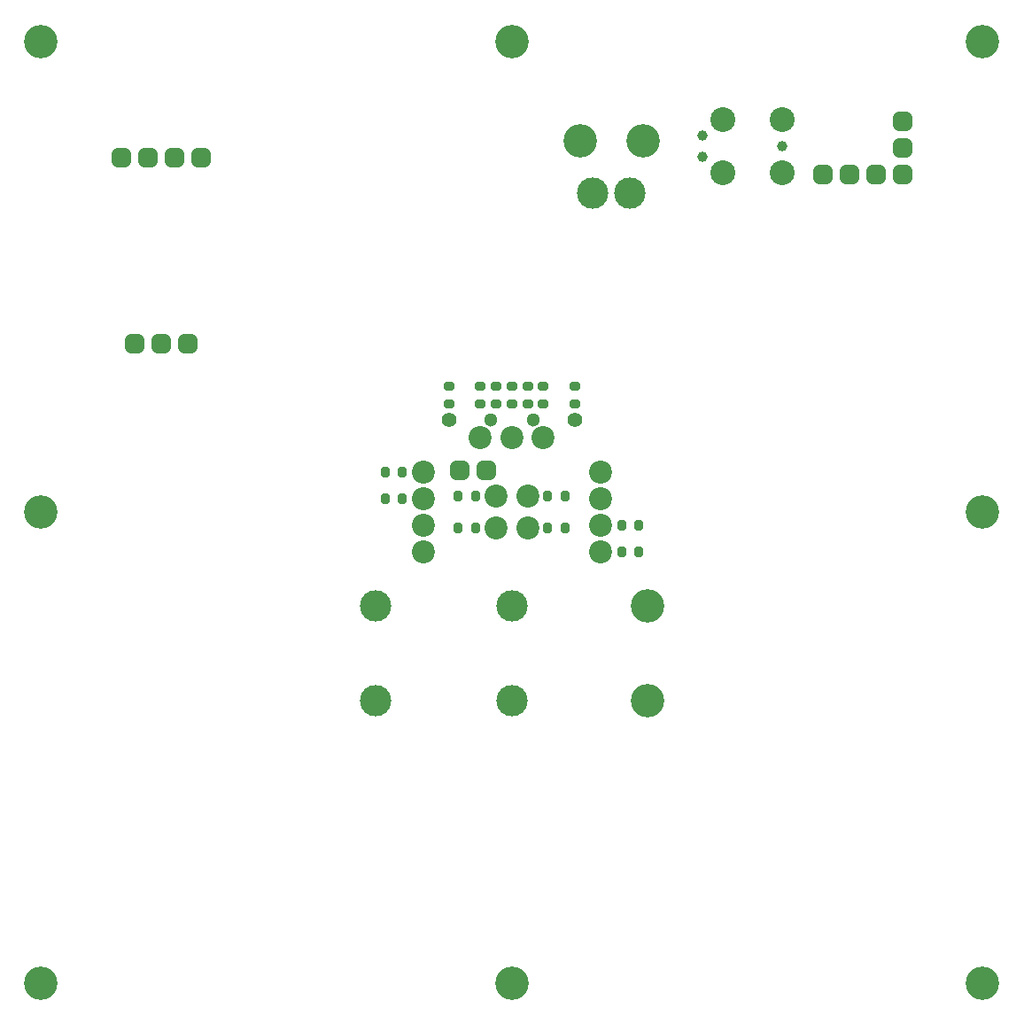
<source format=gbr>
%TF.GenerationSoftware,KiCad,Pcbnew,7.0.2-6a45011f42~172~ubuntu22.04.1*%
%TF.CreationDate,2023-05-30T13:10:43+12:00*%
%TF.ProjectId,THE_BRAWN-20A_LOGIC_FIXTURE,5448455f-4252-4415-974e-2d3230415f4c,v1.0*%
%TF.SameCoordinates,Original*%
%TF.FileFunction,Soldermask,Bot*%
%TF.FilePolarity,Negative*%
%FSLAX46Y46*%
G04 Gerber Fmt 4.6, Leading zero omitted, Abs format (unit mm)*
G04 Created by KiCad (PCBNEW 7.0.2-6a45011f42~172~ubuntu22.04.1) date 2023-05-30 13:10:43*
%MOMM*%
%LPD*%
G01*
G04 APERTURE LIST*
G04 Aperture macros list*
%AMRoundRect*
0 Rectangle with rounded corners*
0 $1 Rounding radius*
0 $2 $3 $4 $5 $6 $7 $8 $9 X,Y pos of 4 corners*
0 Add a 4 corners polygon primitive as box body*
4,1,4,$2,$3,$4,$5,$6,$7,$8,$9,$2,$3,0*
0 Add four circle primitives for the rounded corners*
1,1,$1+$1,$2,$3*
1,1,$1+$1,$4,$5*
1,1,$1+$1,$6,$7*
1,1,$1+$1,$8,$9*
0 Add four rect primitives between the rounded corners*
20,1,$1+$1,$2,$3,$4,$5,0*
20,1,$1+$1,$4,$5,$6,$7,0*
20,1,$1+$1,$6,$7,$8,$9,0*
20,1,$1+$1,$8,$9,$2,$3,0*%
G04 Aperture macros list end*
%ADD10C,2.200000*%
%ADD11C,3.200000*%
%ADD12C,1.400000*%
%ADD13C,2.374900*%
%ADD14C,0.990600*%
%ADD15C,1.300000*%
%ADD16RoundRect,0.450000X0.450000X-0.450000X0.450000X0.450000X-0.450000X0.450000X-0.450000X-0.450000X0*%
%ADD17C,3.000000*%
%ADD18RoundRect,0.200000X0.275000X-0.200000X0.275000X0.200000X-0.275000X0.200000X-0.275000X-0.200000X0*%
%ADD19RoundRect,0.200000X-0.200000X-0.275000X0.200000X-0.275000X0.200000X0.275000X-0.200000X0.275000X0*%
%ADD20RoundRect,0.450000X0.450000X0.450000X-0.450000X0.450000X-0.450000X-0.450000X0.450000X-0.450000X0*%
G04 APERTURE END LIST*
D10*
%TO.C,TP21*%
X228500000Y-143820000D03*
%TD*%
D11*
%TO.C,M3*%
X265000000Y-185000000D03*
%TD*%
D10*
%TO.C,TP14*%
X221500000Y-138500000D03*
%TD*%
D11*
%TO.C,M5*%
X175000000Y-95000000D03*
%TD*%
D10*
%TO.C,TP9*%
X218500000Y-141500000D03*
%TD*%
D11*
%TO.C,M6*%
X265000000Y-140000000D03*
%TD*%
%TO.C,M11*%
X232500000Y-104525000D03*
%TD*%
D10*
%TO.C,TP1*%
X211500000Y-136200000D03*
%TD*%
D11*
%TO.C,M4*%
X220000000Y-95000000D03*
%TD*%
%TO.C,M15*%
X233000000Y-149000000D03*
%TD*%
D10*
%TO.C,TP5*%
X217000000Y-132900000D03*
%TD*%
D11*
%TO.C,M7*%
X175000000Y-140000000D03*
%TD*%
D12*
%TO.C,TP12*%
X226000000Y-131200000D03*
%TD*%
D11*
%TO.C,M12*%
X226500000Y-104525000D03*
%TD*%
D10*
%TO.C,TP10*%
X220000000Y-132900000D03*
%TD*%
D11*
%TO.C,M1*%
X175000000Y-185000000D03*
%TD*%
D13*
%TO.C,N1*%
X245860000Y-107590000D03*
D14*
X245860000Y-105050000D03*
D13*
X245860000Y-102510000D03*
X240145000Y-107590000D03*
X240145000Y-102510000D03*
D14*
X238240000Y-106066000D03*
X238240000Y-104034000D03*
%TD*%
D11*
%TO.C,M2*%
X265000000Y-95000000D03*
%TD*%
D10*
%TO.C,TP19*%
X228500000Y-138740000D03*
%TD*%
D15*
%TO.C,TP11*%
X222000000Y-131200000D03*
%TD*%
D11*
%TO.C,M16*%
X233000000Y-158000000D03*
%TD*%
D10*
%TO.C,TP18*%
X228500000Y-136200000D03*
%TD*%
%TO.C,TP2*%
X211500000Y-138740000D03*
%TD*%
D16*
%TO.C,J5*%
X215000000Y-136000000D03*
X217540000Y-136000000D03*
%TD*%
D15*
%TO.C,TP7*%
X218000000Y-131200000D03*
%TD*%
D10*
%TO.C,TP13*%
X223000000Y-132900000D03*
%TD*%
D11*
%TO.C,M8*%
X220000000Y-185000000D03*
%TD*%
D10*
%TO.C,TP20*%
X228500000Y-141280000D03*
%TD*%
%TO.C,TP3*%
X211500000Y-141280000D03*
%TD*%
D17*
%TO.C,TP17*%
X231250000Y-109500000D03*
%TD*%
D12*
%TO.C,TP6*%
X214000000Y-131200000D03*
%TD*%
D10*
%TO.C,TP15*%
X221500000Y-141500000D03*
%TD*%
D17*
%TO.C,TP16*%
X227750000Y-109500000D03*
%TD*%
D10*
%TO.C,TP8*%
X218500000Y-138500000D03*
%TD*%
%TO.C,TP4*%
X211500000Y-143820000D03*
%TD*%
D18*
%TO.C,R8*%
X220000000Y-129625000D03*
X220000000Y-127975000D03*
%TD*%
%TO.C,R3*%
X218500000Y-129625000D03*
X218500000Y-127975000D03*
%TD*%
D16*
%TO.C,J3*%
X190310000Y-106110000D03*
X187770000Y-106110000D03*
X185230000Y-106110000D03*
X182690000Y-106110000D03*
%TD*%
D19*
%TO.C,R14*%
X230475000Y-141280000D03*
X232125000Y-141280000D03*
%TD*%
%TO.C,R1*%
X207875000Y-136200000D03*
X209525000Y-136200000D03*
%TD*%
D18*
%TO.C,R10*%
X226000000Y-129625000D03*
X226000000Y-127975000D03*
%TD*%
D16*
%TO.C,J2*%
X254770000Y-107769500D03*
X252230000Y-107769500D03*
X249690000Y-107769500D03*
%TD*%
D18*
%TO.C,R11*%
X221500000Y-129625000D03*
X221500000Y-127975000D03*
%TD*%
%TO.C,R4*%
X214000000Y-129625000D03*
X214000000Y-127975000D03*
%TD*%
D19*
%TO.C,R15*%
X230475000Y-143820000D03*
X232125000Y-143820000D03*
%TD*%
D18*
%TO.C,R7*%
X217000000Y-129625000D03*
X217000000Y-127975000D03*
%TD*%
D20*
%TO.C,J1*%
X257310000Y-102689500D03*
X257310000Y-105229500D03*
X257310000Y-107769500D03*
%TD*%
D18*
%TO.C,R9*%
X223000000Y-129625000D03*
X223000000Y-127975000D03*
%TD*%
D19*
%TO.C,R2*%
X207875000Y-138740000D03*
X209525000Y-138740000D03*
%TD*%
%TO.C,R12*%
X223425000Y-138500000D03*
X225075000Y-138500000D03*
%TD*%
D16*
%TO.C,J4*%
X189040000Y-123890000D03*
X186500000Y-123890000D03*
X183960000Y-123890000D03*
%TD*%
D17*
%TO.C,M13*%
X220000000Y-149000000D03*
%TD*%
D19*
%TO.C,R5*%
X214875000Y-138500000D03*
X216525000Y-138500000D03*
%TD*%
D17*
%TO.C,M10*%
X207000000Y-149000000D03*
%TD*%
%TO.C,M9*%
X220000000Y-158000000D03*
%TD*%
D19*
%TO.C,R13*%
X223425000Y-141500000D03*
X225075000Y-141500000D03*
%TD*%
%TO.C,R6*%
X214875000Y-141500000D03*
X216525000Y-141500000D03*
%TD*%
D17*
%TO.C,M14*%
X207000000Y-158000000D03*
%TD*%
M02*

</source>
